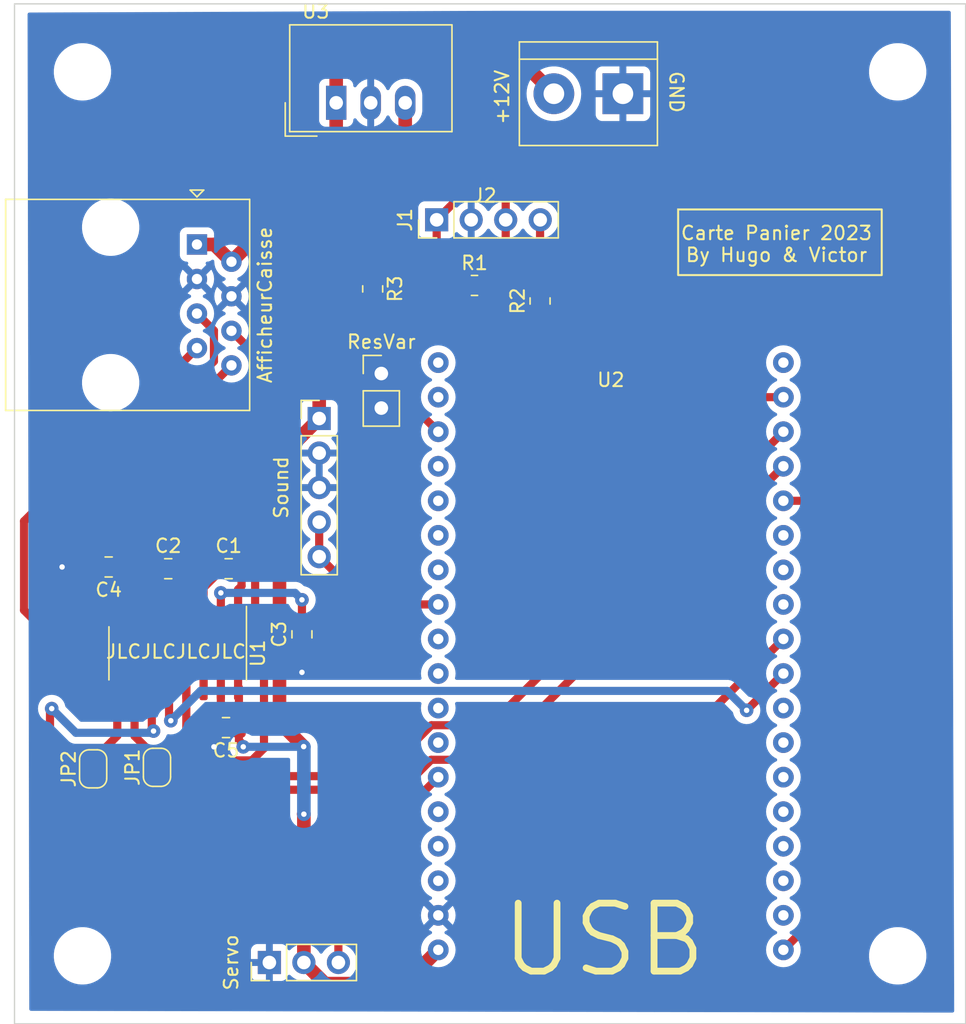
<source format=kicad_pcb>
(kicad_pcb (version 20211014) (generator pcbnew)
  (layers (0 "F.Cu" signal) (31 "B.Cu" signal) (34 "B.Paste" user) (35 "F.Paste" user) (36 "B.SilkS" user "B.Silkscreen") (37 "F.SilkS" user "F.Silkscreen") (38 "B.Mask" user) (39 "F.Mask" user) (44 "Edge.Cuts" user))
  (net 0 "")
  (net 1 "Net-(C1-Pad1)")
  (net 2 "Net-(C1-Pad2)")
  (net 3 "Net-(C2-Pad1)")
  (net 4 "Net-(C2-Pad2)")
  (net 5 "GND")
  (net 6 "Net-(C3-Pad2)")
  (net 7 "Net-(C4-Pad1)")
  (net 8 "+5V")
  (net 9 "LOGIC_IN1")
  (net 10 "LOGIC_OUT2")
  (net 11 "LOGIC_IN2")
  (net 12 "LOGIC_OUT1")
  (net 13 "+12V")
  (net 14 "RS232_OUT2")
  (net 15 "RS232_IN1")
  (net 16 "RS232_OUT1")
  (net 17 "RS232_IN2")
  (net 18 "+3.3V")
  (net 19 "I2C_SDA")
  (net 20 "I2C_SCL")
  (net 21 "SOUND")
  (net 22 "SERVO")
  (net 23 "Net-(JP1-Pad1)")
  (net 24 "Net-(JP2-Pad1)")
  (net 47 "MesurResVar")
  (footprint "Capacitor_SMD:C_0805_2012Metric" (layer "F.Cu") (at 66.929 81.407 180)
    (fp_text reference "C4" (at 0 -1.68) (layer "F.SilkS"))
    (fp_text value "100n")
    (fp_line (start -0.261252 -0.735) (end 0.261252 -0.735) (layer "F.SilkS") (width 0.12))
    (fp_line (start -0.261252 0.735) (end 0.261252 0.735) (layer "F.SilkS") (width 0.12))
    (pad "1" smd roundrect (at -0.95 0 180) (size 1 1.45) (layers "F.Cu" "F.Paste" "F.Mask") (net 7 "Net-(C4-Pad1)"))
    (pad "2" smd roundrect (at 0.95 0 180) (size 1 1.45) (layers "F.Cu" "F.Paste" "F.Mask") (net 5 "GND"))
  )
  (footprint "Resistor_SMD:R_0805_2012Metric_Pad1.20x1.40mm_HandSolder" (layer "F.Cu") (at 98.679 61.849 90)
    (fp_text reference "R2" (at 0 -1.65 90) (layer "F.SilkS"))
    (fp_text value "R")
    (fp_line (start -0.227064 -0.735) (end 0.227064 -0.735) (layer "F.SilkS") (width 0.12))
    (fp_line (start -0.227064 0.735) (end 0.227064 0.735) (layer "F.SilkS") (width 0.12))
    (pad "1" smd roundrect (at -1 0 90) (size 1.2 1.4) (layers "F.Cu" "F.Paste" "F.Mask") (roundrect_rratio 0.2083333333) (net 18 "+3.3V"))
    (pad "2" smd roundrect (at 1 0 90) (size 1.2 1.4) (layers "F.Cu" "F.Paste" "F.Mask") (roundrect_rratio 0.2083333333) (net 20 "I2C_SCL"))
  )
  (footprint "Connector_PinHeader_2.54mm:PinHeader_1x03_P2.54mm_Vertical" (layer "F.Cu") (at 78.755 110.49 90)
    (fp_text reference "Servo" (at 0 -2.809 90) (layer "F.SilkS"))
    (fp_text value "Conn_01x03_Male" hide)
    (fp_line (start -1.33 -1.33) (end 0 -1.33) (layer "F.SilkS") (width 0.12))
    (fp_line (start 1.33 1.27) (end 1.33 6.41) (layer "F.SilkS") (width 0.12))
    (fp_line (start -1.33 1.27) (end 1.33 1.27) (layer "F.SilkS") (width 0.12))
    (fp_line (start -1.33 1.27) (end -1.33 6.41) (layer "F.SilkS") (width 0.12))
    (fp_line (start -1.33 6.41) (end 1.33 6.41) (layer "F.SilkS") (width 0.12))
    (fp_line (start -1.33 0) (end -1.33 -1.33) (layer "F.SilkS") (width 0.12))
    (pad "1" thru_hole rect (at 0 0 90) (size 1.7 1.7) (drill 1) (layers *.Cu *.Mask) (net 5 "GND"))
    (pad "2" thru_hole oval (at 0 2.54 90) (size 1.7 1.7) (drill 1) (layers *.Cu *.Mask) (net 8 "+5V"))
    (pad "3" thru_hole oval (at 0 5.08 90) (size 1.7 1.7) (drill 1) (layers *.Cu *.Mask) (net 22 "SERVO"))
  )
  (footprint "Connector_PinHeader_2.54mm:PinHeader_1x04_P2.54mm_Vertical" (layer "F.Cu") (at 91.069 55.88 90)
    (fp_text reference "J1" (at 0 -2.33 90) (layer "F.SilkS"))
    (fp_text value "Conn_01x04_Male" hide)
    (fp_line (start -1.33 1.27) (end -1.33 8.95) (layer "F.SilkS") (width 0.12))
    (fp_line (start -1.33 1.27) (end 1.33 1.27) (layer "F.SilkS") (width 0.12))
    (fp_line (start -1.33 0) (end -1.33 -1.33) (layer "F.SilkS") (width 0.12))
    (fp_line (start -1.33 -1.33) (end 0 -1.33) (layer "F.SilkS") (width 0.12))
    (fp_line (start 1.33 1.27) (end 1.33 8.95) (layer "F.SilkS") (width 0.12))
    (fp_line (start -1.33 8.95) (end 1.33 8.95) (layer "F.SilkS") (width 0.12))
    (pad "1" thru_hole rect (at 0 0 90) (size 1.7 1.7) (drill 1) (layers *.Cu *.Mask) (net 18 "+3.3V"))
    (pad "2" thru_hole oval (at 0 2.54 90) (size 1.7 1.7) (drill 1) (layers *.Cu *.Mask) (net 5 "GND"))
    (pad "3" thru_hole oval (at 0 5.08 90) (size 1.7 1.7) (drill 1) (layers *.Cu *.Mask) (net 19 "I2C_SDA"))
    (pad "4" thru_hole oval (at 0 7.62 90) (size 1.7 1.7) (drill 1) (layers *.Cu *.Mask) (net 20 "I2C_SCL"))
  )
  (footprint "MountingHole:MountingHole_3.2mm_M3" (layer "F.Cu") (at 65 45)
    (fp_text reference "REF**" hide)
    (fp_text value "MountingHole_3.2mm_M3" hide)
    (pad "" np_thru_hole circle (at 0 0) (size 3.2 3.2) (drill 3.2) (layers *.Cu *.Mask))
  )
  (footprint "Jumper:SolderJumper-2_P1.3mm_Open_RoundedPad1.0x1.5mm" (layer "F.Cu") (at 70.485 96.139 90)
    (fp_text reference "JP1" (at 0 -1.8 90) (layer "F.SilkS"))
    (fp_text value "SolderJumper_2_Open" hide)
    (fp_line (start -1.4 0.3) (end -1.4 -0.3) (layer "F.SilkS") (width 0.12))
    (fp_line (start 0.7 1) (end -0.7 1) (layer "F.SilkS") (width 0.12))
    (fp_line (start 1.4 -0.3) (end 1.4 0.3) (layer "F.SilkS") (width 0.12))
    (fp_line (start -0.7 -1) (end 0.7 -1) (layer "F.SilkS") (width 0.12))
    (fp_arc (start -0.7 1) (mid -1.194975 0.794975) (end -1.4 0.3) (layer "F.SilkS") (width 0.12))
    (fp_arc (start 1.4 0.3) (mid 1.194975 0.794975) (end 0.7 1) (layer "F.SilkS") (width 0.12))
    (fp_arc (start 0.7 -1) (mid 1.194975 -0.794975) (end 1.4 -0.3) (layer "F.SilkS") (width 0.12))
    (fp_arc (start -1.4 -0.3) (mid -1.194975 -0.794975) (end -0.7 -1) (layer "F.SilkS") (width 0.12))
    (pad "1" smd custom (at -0.65 0 90) (size 1 0.5) (layers "F.Cu" "F.Mask") (net 23 "Net-(JP1-Pad1)") (options (clearance outline) (anchor rect)) (primitives (gr_circle (center 0 0.25) (end 0.5 0.25) (width 0) (fill yes)) (gr_circle (center 0 -0.25) (end 0.5 -0.25) (width 0) (fill yes)) (gr_poly (pts (xy 0.5 0.75) (xy 0 0.75) (xy 0 -0.75) (xy 0.5 -0.75)) (width 0) (fill yes))))
    (pad "2" smd custom (at 0.65 0 90) (size 1 0.5) (layers "F.Cu" "F.Mask") (net 11 "LOGIC_IN2") (options (clearance outline) (anchor rect)) (primitives (gr_circle (center 0 0.25) (end 0.5 0.25) (width 0) (fill yes)) (gr_circle (center 0 -0.25) (end 0.5 -0.25) (width 0) (fill yes)) (gr_poly (pts (xy 0 0.75) (xy -0.5 0.75) (xy -0.5 -0.75) (xy 0 -0.75)) (width 0) (fill yes))))
  )
  (footprint "Connector_PinHeader_2.54mm:PinHeader_1x05_P2.54mm_Vertical" (layer "F.Cu") (at 82.423 70.49)
    (fp_text reference "Sound" (at -2.794 5.075 90) (layer "F.SilkS"))
    (fp_text value "Conn_01x05_Male" hide)
    (fp_line (start -1.33 1.27) (end 1.33 1.27) (layer "F.SilkS") (width 0.12))
    (fp_line (start 1.33 1.27) (end 1.33 11.49) (layer "F.SilkS") (width 0.12))
    (fp_line (start -1.33 -1.33) (end 0 -1.33) (layer "F.SilkS") (width 0.12))
    (fp_line (start -1.33 0) (end -1.33 -1.33) (layer "F.SilkS") (width 0.12))
    (fp_line (start -1.33 1.27) (end -1.33 11.49) (layer "F.SilkS") (width 0.12))
    (fp_line (start -1.33 11.49) (end 1.33 11.49) (layer "F.SilkS") (width 0.12))
    (pad "1" thru_hole rect (at 0 0) (size 1.7 1.7) (drill 1) (layers *.Cu *.Mask) (net 8 "+5V"))
    (pad "2" thru_hole oval (at 0 2.54) (size 1.7 1.7) (drill 1) (layers *.Cu *.Mask) (net 5 "GND"))
    (pad "3" thru_hole oval (at 0 5.08) (size 1.7 1.7) (drill 1) (layers *.Cu *.Mask) (net 5 "GND"))
    (pad "4" thru_hole oval (at 0 7.62) (size 1.7 1.7) (drill 1) (layers *.Cu *.Mask) (net 21 "SOUND"))
    (pad "5" thru_hole oval (at 0 10.16) (size 1.7 1.7) (drill 1) (layers *.Cu *.Mask) (net 21 "SOUND"))
  )
  (footprint "MountingHole:MountingHole_3.2mm_M3" (layer "F.Cu") (at 125 45)
    (fp_text reference "REF**" hide)
    (fp_text value "MountingHole_3.2mm_M3" hide)
    (pad "" np_thru_hole circle (at 0 0) (size 3.2 3.2) (drill 3.2) (layers F&B.Cu *.Mask))
  )
  (footprint "Capacitor_SMD:C_0805_2012Metric" (layer "F.Cu") (at 71.313 81.534)
    (fp_text reference "C2" (at 0 -1.68) (layer "F.SilkS"))
    (fp_text value "100n")
    (fp_line (start -0.261252 -0.735) (end 0.261252 -0.735) (layer "F.SilkS") (width 0.12))
    (fp_line (start -0.261252 0.735) (end 0.261252 0.735) (layer "F.SilkS") (width 0.12))
    (pad "1" smd roundrect (at -0.95 0) (size 1 1.45) (layers "F.Cu" "F.Paste" "F.Mask") (net 3 "Net-(C2-Pad1)"))
    (pad "2" smd roundrect (at 0.95 0) (size 1 1.45) (layers "F.Cu" "F.Paste" "F.Mask") (net 4 "Net-(C2-Pad2)"))
  )
  (footprint "MountingHole:MountingHole_3.2mm_M3" (layer "F.Cu") (at 125 110)
    (fp_text reference "REF**" hide)
    (fp_text value "MountingHole_3.2mm_M3" hide)
    (pad "" np_thru_hole circle (at 0 0) (size 3.2 3.2) (drill 3.2) (layers F&B.Cu *.Mask))
  )
  (footprint "Resistor_SMD:R_0805_2012Metric_Pad1.20x1.40mm_HandSolder" (layer "F.Cu") (at 93.853 60.706)
    (fp_text reference "R1" (at 0 -1.65) (layer "F.SilkS"))
    (fp_text value "R")
    (fp_line (start -0.227064 0.735) (end 0.227064 0.735) (layer "F.SilkS") (width 0.12))
    (fp_line (start -0.227064 -0.735) (end 0.227064 -0.735) (layer "F.SilkS") (width 0.12))
    (pad "1" smd roundrect (at -1 0) (size 1.2 1.4) (layers "F.Cu" "F.Paste" "F.Mask") (roundrect_rratio 0.2083333333) (net 18 "+3.3V"))
    (pad "2" smd roundrect (at 1 0) (size 1.2 1.4) (layers "F.Cu" "F.Paste" "F.Mask") (roundrect_rratio 0.2083333333) (net 19 "I2C_SDA"))
  )
  (footprint "TerminalBlock:TerminalBlock_bornier-2_P5.08mm" (layer "F.Cu") (at 104.775 46.609 180)
    (fp_text reference "J2" (at 10.16 -7.493 180) (layer "F.SilkS"))
    (fp_text value "Conn_01x02" hide)
    (fp_line (start -2.54 -3.81) (end -2.54 3.81) (layer "F.SilkS") (width 0.12))
    (fp_line (start 7.62 -3.81) (end -2.54 -3.81) (layer "F.SilkS") (width 0.12))
    (fp_line (start -2.54 3.81) (end 7.62 3.81) (layer "F.SilkS") (width 0.12))
    (fp_line (start 7.62 3.81) (end 7.62 -3.81) (layer "F.SilkS") (width 0.12))
    (fp_line (start 7.62 2.54) (end -2.54 2.54) (layer "F.SilkS") (width 0.12))
    (pad "1" thru_hole rect (at 0 0 180) (size 3 3) (drill 1.52) (layers *.Cu *.Mask) (net 5 "GND"))
    (pad "2" thru_hole circle (at 5.08 0 180) (size 3 3) (drill 1.52) (layers *.Cu *.Mask) (net 13 "+12V"))
  )
  (footprint "Capacitor_SMD:C_0805_2012Metric" (layer "F.Cu") (at 75.758 81.534)
    (fp_text reference "C1" (at 0 -1.68) (layer "F.SilkS"))
    (fp_text value "100n")
    (fp_line (start -0.261252 0.735) (end 0.261252 0.735) (layer "F.SilkS") (width 0.12))
    (fp_line (start -0.261252 -0.735) (end 0.261252 -0.735) (layer "F.SilkS") (width 0.12))
    (pad "1" smd roundrect (at -0.95 0) (size 1 1.45) (layers "F.Cu" "F.Paste" "F.Mask") (net 1 "Net-(C1-Pad1)"))
    (pad "2" smd roundrect (at 0.95 0) (size 1 1.45) (layers "F.Cu" "F.Paste" "F.Mask") (net 2 "Net-(C1-Pad2)"))
  )
  (footprint "Package_SO:SOIC-16_3.9x9.9mm_P1.27mm" (layer "F.Cu") (at 72.009 87.757 -90)
    (fp_text reference "U1" (at 0 -5.9 90) (layer "F.SilkS"))
    (fp_text value "MAX3232")
    (fp_line (start 0 -5.06) (end 1.95 -5.06) (layer "F.SilkS") (width 0.12))
    (fp_line (start 0 5.06) (end 1.95 5.06) (layer "F.SilkS") (width 0.12))
    (fp_line (start 0 -5.06) (end -3.45 -5.06) (layer "F.SilkS") (width 0.12))
    (fp_line (start 0 5.06) (end -1.95 5.06) (layer "F.SilkS") (width 0.12))
    (pad "1" smd roundrect (at -2.475 -4.445 270) (size 1.95 0.6) (layers "F.Cu" "F.Paste" "F.Mask") (net 2 "Net-(C1-Pad2)"))
    (pad "2" smd roundrect (at -2.475 -3.175 270) (size 1.95 0.6) (layers "F.Cu" "F.Paste" "F.Mask") (net 6 "Net-(C3-Pad2)"))
    (pad "3" smd roundrect (at -2.475 -1.905 270) (size 1.95 0.6) (layers "F.Cu" "F.Paste" "F.Mask") (net 1 "Net-(C1-Pad1)"))
    (pad "4" smd roundrect (at -2.475 -0.635 270) (size 1.95 0.6) (layers "F.Cu" "F.Paste" "F.Mask") (net 4 "Net-(C2-Pad2)"))
    (pad "5" smd roundrect (at -2.475 0.635 270) (size 1.95 0.6) (layers "F.Cu" "F.Paste" "F.Mask") (net 3 "Net-(C2-Pad1)"))
    (pad "6" smd roundrect (at -2.475 1.905 270) (size 1.95 0.6) (layers "F.Cu" "F.Paste" "F.Mask") (net 7 "Net-(C4-Pad1)"))
    (pad "7" smd roundrect (at -2.475 3.175 270) (size 1.95 0.6) (layers "F.Cu" "F.Paste" "F.Mask") (net 14 "RS232_OUT2"))
    (pad "8" smd roundrect (at -2.475 4.445 270) (size 1.95 0.6) (layers "F.Cu" "F.Paste" "F.Mask") (net 17 "RS232_IN2"))
    (pad "9" smd roundrect (at 2.475 4.445 270) (size 1.95 0.6) (layers "F.Cu" "F.Paste" "F.Mask") (net 10 "LOGIC_OUT2"))
    (pad "10" smd roundrect (at 2.475 3.175 270) (size 1.95 0.6) (layers "F.Cu" "F.Paste" "F.Mask") (net 11 "LOGIC_IN2"))
    (pad "11" smd roundrect (at 2.475 1.905 270) (size 1.95 0.6) (layers "F.Cu" "F.Paste" "F.Mask") (net 9 "LOGIC_IN1"))
    (pad "12" smd roundrect (at 2.475 0.635 270) (size 1.95 0.6) (layers "F.Cu" "F.Paste" "F.Mask") (net 12 "LOGIC_OUT1"))
    (pad "13" smd roundrect (at 2.475 -0.635 270) (size 1.95 0.6) (layers "F.Cu" "F.Paste" "F.Mask") (net 15 "RS232_IN1"))
    (pad "14" smd roundrect (at 2.475 -1.905 270) (size 1.95 0.6) (layers "F.Cu" "F.Paste" "F.Mask") (net 16 "RS232_OUT1"))
    (pad "15" smd roundrect (at 2.475 -3.175 270) (size 1.95 0.6) (layers "F.Cu" "F.Paste" "F.Mask") (net 5 "GND"))
    (pad "16" smd roundrect (at 2.475 -4.445 270) (size 1.95 0.6) (layers "F.Cu" "F.Paste" "F.Mask") (net 8 "+5V"))
  )
  (footprint "Converter_DCDC:Converter_DCDC_TRACO_TSR-1_THT" (layer "F.Cu") (at 83.6735 47.2755)
    (fp_text reference "U3" (at -1.5 -6.71) (layer "F.SilkS"))
    (fp_text value "TSR_1-2450")
    (fp_line (start -3.75 2.45) (end -1.42 2.45) (layer "F.SilkS") (width 0.12))
    (fp_line (start 8.52 2.12) (end -3.42 2.12) (layer "F.SilkS") (width 0.12))
    (fp_line (start -3.42 -5.73) (end 8.52 -5.73) (layer "F.SilkS") (width 0.12))
    (fp_line (start -3.75 0) (end -3.75 2.45) (layer "F.SilkS") (width 0.12))
    (fp_line (start 8.52 -5.73) (end 8.52 2.12) (layer "F.SilkS") (width 0.12))
    (fp_line (start -3.42 2.12) (end -3.42 -5.73) (layer "F.SilkS") (width 0.12))
    (pad "1" thru_hole rect (at 0 0) (size 1.5 2.5) (drill 1) (layers *.Cu *.Mask) (net 13 "+12V"))
    (pad "2" thru_hole oval (at 2.54 0) (size 1.5 2.5) (drill 1) (layers *.Cu *.Mask) (net 5 "GND"))
    (pad "3" thru_hole oval (at 5.08 0) (size 1.5 2.5) (drill 1) (layers *.Cu *.Mask) (net 8 "+5V"))
  )
  (footprint "Jumper:SolderJumper-2_P1.3mm_Open_RoundedPad1.0x1.5mm" (layer "F.Cu") (at 65.786 96.251 90)
    (fp_text reference "JP2" (at 0 -1.8 90) (layer "F.SilkS"))
    (fp_text value "SolderJumper_2_Open" hide)
    (fp_line (start 0.7 1) (end -0.7 1) (layer "F.SilkS") (width 0.12))
    (fp_line (start -0.7 -1) (end 0.7 -1) (layer "F.SilkS") (width 0.12))
    (fp_line (start -1.4 0.3) (end -1.4 -0.3) (layer "F.SilkS") (width 0.12))
    (fp_line (start 1.4 -0.3) (end 1.4 0.3) (layer "F.SilkS") (width 0.12))
    (fp_arc (start 0.7 -1) (mid 1.194975 -0.794975) (end 1.4 -0.3) (layer "F.SilkS") (width 0.12))
    (fp_arc (start 1.4 0.3) (mid 1.194975 0.794975) (end 0.7 1) (layer "F.SilkS") (width 0.12))
    (fp_arc (start -0.7 1) (mid -1.194975 0.794975) (end -1.4 0.3) (layer "F.SilkS") (width 0.12))
    (fp_arc (start -1.4 -0.3) (mid -1.194975 -0.794975) (end -0.7 -1) (layer "F.SilkS") (width 0.12))
    (pad "1" smd custom (at -0.65 0 90) (size 1 0.5) (layers "F.Cu" "F.Mask") (net 24 "Net-(JP2-Pad1)") (options (clearance outline) (anchor rect)) (primitives (gr_circle (center 0 0.25) (end 0.5 0.25) (width 0) (fill yes)) (gr_circle (center 0 -0.25) (end 0.5 -0.25) (width 0) (fill yes)) (gr_poly (pts (xy 0.5 0.75) (xy 0 0.75) (xy 0 -0.75) (xy 0.5 -0.75)) (width 0) (fill yes))))
    (pad "2" smd custom (at 0.65 0 90) (size 1 0.5) (layers "F.Cu" "F.Mask") (net 10 "LOGIC_OUT2") (options (clearance outline) (anchor rect)) (primitives (gr_circle (center 0 0.25) (end 0.5 0.25) (width 0) (fill yes)) (gr_circle (center 0 -0.25) (end 0.5 -0.25) (width 0) (fill yes)) (gr_poly (pts (xy 0 0.75) (xy -0.5 0.75) (xy -0.5 -0.75) (xy 0 -0.75)) (width 0) (fill yes))))
  )
  (footprint "Capacitor_SMD:C_0805_2012Metric" (layer "F.Cu") (at 75.565 93.218 180)
    (fp_text reference "C5" (at 0 -1.68) (layer "F.SilkS"))
    (fp_text value "100n")
    (fp_line (start -0.261252 0.735) (end 0.261252 0.735) (layer "F.SilkS") (width 0.12))
    (fp_line (start -0.261252 -0.735) (end 0.261252 -0.735) (layer "F.SilkS") (width 0.12))
    (pad "1" smd roundrect (at -0.95 0 180) (size 1 1.45) (layers "F.Cu" "F.Paste" "F.Mask") (net 8 "+5V"))
    (pad "2" smd roundrect (at 0.95 0 180) (size 1 1.45) (layers "F.Cu" "F.Paste" "F.Mask") (net 5 "GND"))
  )
  (footprint "Connector_PinHeader_2.54mm:PinHeader_1x02_P2.54mm_Vertical" (layer "F.Cu") (at 86.995 67.183)
    (fp_text reference "ResVar" (at 0 -2.33) (layer "F.SilkS"))
    (fp_text value "Conn_01x02_Male")
    (fp_line (start -1.33 1.27) (end -1.33 3.87) (layer "F.SilkS") (width 0.12))
    (fp_line (start -1.33 3.87) (end 1.33 3.87) (layer "F.SilkS") (width 0.12))
    (fp_line (start -1.33 1.27) (end 1.33 1.27) (layer "F.SilkS") (width 0.12))
    (fp_line (start 1.33 1.27) (end 1.33 3.87) (layer "F.SilkS") (width 0.12))
    (fp_line (start -1.33 0) (end -1.33 -1.33) (layer "F.SilkS") (width 0.12))
    (fp_line (start -1.33 -1.33) (end 0 -1.33) (layer "F.SilkS") (width 0.12))
    (pad "1" thru_hole rect (at 0 0) (size 1.7 1.7) (drill 1) (layers *.Cu *.Mask) (net 47 "MesurResVar"))
    (pad "2" thru_hole oval (at 0 2.54) (size 1.7 1.7) (drill 1) (layers *.Cu *.Mask) (net 5 "GND"))
  )
  (footprint "Connector_RJ:RJ45_Amphenol_54602-x08_Horizontal" (layer "F.Cu") (at 73.426 57.6935 -90)
    (fp_text reference "AfficheurCaisse" (at 4.445 -5 90) (layer "F.SilkS"))
    (fp_text value "RJ45")
    (fp_line (start -3.315 -3.88) (end -3.315 14.08) (layer "F.SilkS") (width 0.12))
    (fp_line (start 12.205 -3.88) (end 12.205 14.08) (layer "F.SilkS") (width 0.12))
    (fp_line (start 12.205 -3.88) (end -3.315 -3.88) (layer "F.SilkS") (width 0.12))
    (fp_line (start -3.315 14.08) (end 12.205 14.08) (layer "F.SilkS") (width 0.12))
    (fp_line (start -3.5 0) (end -4 -0.5) (layer "F.SilkS") (width 0.12))
    (fp_line (start -4 -0.5) (end -4 0.5) (layer "F.SilkS") (width 0.12))
    (fp_line (start -4 0.5) (end -3.5 0) (layer "F.SilkS") (width 0.12))
    (pad "" np_thru_hole circle (at -1.27 6.35 270) (size 3.2 3.2) (drill 3.2) (layers *.Cu *.Mask))
    (pad "" np_thru_hole circle (at 10.16 6.35 270) (size 3.2 3.2) (drill 3.2) (layers *.Cu *.Mask))
    (pad "1" thru_hole rect (at 0 0 270) (size 1.5 1.5) (drill 0.76) (layers *.Cu *.Mask) (net 13 "+12V"))
    (pad "2" thru_hole circle (at 1.27 -2.54 270) (size 1.5 1.5) (drill 0.76) (layers *.Cu *.Mask) (net 13 "+12V"))
    (pad "3" thru_hole circle (at 2.54 0 270) (size 1.5 1.5) (drill 0.76) (layers *.Cu *.Mask) (net 5 "GND"))
    (pad "4" thru_hole circle (at 3.81 -2.54 270) (size 1.5 1.5) (drill 0.76) (layers *.Cu *.Mask) (net 5 "GND"))
    (pad "5" thru_hole circle (at 5.08 0 270) (size 1.5 1.5) (drill 0.76) (layers *.Cu *.Mask) (net 14 "RS232_OUT2"))
    (pad "6" thru_hole circle (at 6.35 -2.54 270) (size 1.5 1.5) (drill 0.76) (layers *.Cu *.Mask) (net 15 "RS232_IN1"))
    (pad "7" thru_hole circle (at 7.62 0 270) (size 1.5 1.5) (drill 0.76) (layers *.Cu *.Mask) (net 16 "RS232_OUT1"))
    (pad "8" thru_hole circle (at 8.89 -2.54 270) (size 1.5 1.5) (drill 0.76) (layers *.Cu *.Mask) (net 17 "RS232_IN2"))
  )
  (footprint "lib:ESP32-DOIT-DEVKIT" (layer "F.Cu") (at 103.886 63.8415)
    (fp_text reference "U2" (at 0 3.81) (layer "F.SilkS"))
    (fp_text value "DOIT-ESP32-DEVKIT-V1")
    (pad "1" thru_hole circle locked (at -12.7 2.54) (size 1.524 1.524) (drill 0.762) (layers *.Cu *.Mask))
    (pad "2" thru_hole circle locked (at -12.7 5.08) (size 1.524 1.524) (drill 0.762) (layers *.Cu *.Mask))
    (pad "3" thru_hole circle locked (at -12.7 7.62) (size 1.524 1.524) (drill 0.762) (layers *.Cu *.Mask) (net 47 "MesurResVar"))
    (pad "4" thru_hole circle locked (at -12.7 10.16) (size 1.524 1.524) (drill 0.762) (layers *.Cu *.Mask))
    (pad "5" thru_hole circle locked (at -12.7 12.7) (size 1.524 1.524) (drill 0.762) (layers *.Cu *.Mask))
    (pad "6" thru_hole circle locked (at -12.7 15.24) (size 1.524 1.524) (drill 0.762) (layers *.Cu *.Mask))
    (pad "7" thru_hole circle locked (at -12.7 17.78) (size 1.524 1.524) (drill 0.762) (layers *.Cu *.Mask))
    (pad "8" thru_hole circle locked (at -12.7 20.32) (size 1.524 1.524) (drill 0.762) (layers *.Cu *.Mask) (net 21 "SOUND"))
    (pad "9" thru_hole circle locked (at -12.7 22.86) (size 1.524 1.524) (drill 0.762) (layers *.Cu *.Mask))
    (pad "10" thru_hole circle locked (at -12.7 25.4) (size 1.524 1.524) (drill 0.762) (layers *.Cu *.Mask))
    (pad "11" thru_hole circle locked (at -12.7 27.94) (size 1.524 1.524) (drill 0.762) (layers *.Cu *.Mask))
    (pad "12" thru_hole circle locked (at -12.7 30.48) (size 1.524 1.524) (drill 0.762) (layers *.Cu *.Mask))
    (pad "13" thru_hole circle locked (at -12.7 33.02) (size 1.524 1.524) (drill 0.762) (layers *.Cu *.Mask) (net 22 "SERVO"))
    (pad "14" thru_hole circle locked (at -12.7 35.56) (size 1.524 1.524) (drill 0.762) (layers *.Cu *.Mask))
    (pad "15" thru_hole circle locked (at -12.7 38.1) (size 1.524 1.524) (drill 0.762) (layers *.Cu *.Mask))
    (pad "16" thru_hole circle locked (at -12.7 40.64) (size 1.524 1.524) (drill 0.762) (layers *.Cu *.Mask))
    (pad "17" thru_hole circle locked (at -12.7 43.18) (size 1.524 1.524) (drill 0.762) (layers *.Cu *.Mask) (net 5 "GND"))
    (pad "18" thru_hole circle locked (at -12.7 45.72) (size 1.524 1.524) (drill 0.762) (layers *.Cu *.Mask) (net 8 "+5V"))
    (pad "19" thru_hole circle locked (at 12.7 45.72) (size 1.524 1.524) (drill 0.762) (layers *.Cu *.Mask) (net 18 "+3.3V"))
    (pad "20" thru_hole circle locked (at 12.7 43.18) (size 1.524 1.524) (drill 0.762) (layers *.Cu *.Mask))
    (pad "21" thru_hole circle locked (at 12.7 40.64) (size 1.524 1.524) (drill 0.762) (layers *.Cu *.Mask))
    (pad "22" thru_hole circle locked (at 12.7 38.1) (size 1.524 1.524) (drill 0.762) (layers *.Cu *.Mask))
    (pad "23" thru_hole circle locked (at 12.7 35.56) (size 1.524 1.524) (drill 0.762) (layers *.Cu *.Mask))
    (pad "24" thru_hole circle locked (at 12.7 33.02) (size 1.524 1.524) (drill 0.762) (layers *.Cu *.Mask))
    (pad "25" thru_hole circle locked (at 12.7 30.48) (size 1.524 1.524) (drill 0.762) (layers *.Cu *.Mask))
    (pad "26" thru_hole circle locked (at 12.7 27.94) (size 1.524 1.524) (drill 0.762) (layers *.Cu *.Mask))
    (pad "27" thru_hole circle locked (at 12.7 25.4) (size 1.524 1.524) (drill 0.762) (layers *.Cu *.Mask) (net 12 "LOGIC_OUT1"))
    (pad "28" thru_hole circle locked (at 12.7 22.86) (size 1.524 1.524) (drill 0.762) (layers *.Cu *.Mask) (net 9 "LOGIC_IN1"))
    (pad "29" thru_hole circle locked (at 12.7 20.32) (size 1.524 1.524) (drill 0.762) (layers *.Cu *.Mask))
    (pad "30" thru_hole circle locked (at 12.7 17.78) (size 1.524 1.524) (drill 0.762) (layers *.Cu *.Mask))
    (pad "31" thru_hole circle locked (at 12.7 15.24) (size 1.524 1.524) (drill 0.762) (layers *.Cu *.Mask))
    (pad "32" thru_hole circle locked (at 12.7 12.7) (size 1.524 1.524) (drill 0.762) (layers *.Cu *.Mask) (net 19 "I2C_SDA"))
    (pad "33" thru_hole circle locked (at 12.7 10.16) (size 1.524 1.524) (drill 0.762) (layers *.Cu *.Mask) (net 24 "Net-(JP2-Pad1)"))
    (pad "34" thru_hole circle locked (at 12.7 7.62) (size 1.524 1.524) (drill 0.762) (layers *.Cu *.Mask) (net 23 "Net-(JP1-Pad1)"))
    (pad "35" thru_hole circle locked (at 12.7 5.08) (size 1.524 1.524) (drill 0.762) (layers *.Cu *.Mask) (net 20 "I2C_SCL"))
    (pad "36" thru_hole circle locked (at 12.7 2.54) (size 1.524 1.524) (drill 0.762) (layers *.Cu *.Mask))
  )
  (footprint "Resistor_SMD:R_0805_2012Metric_Pad1.20x1.40mm_HandSolder" (layer "F.Cu") (at 86.36 60.96 -90)
    (fp_text reference "R3" (at 0 -1.65 90) (layer "F.SilkS"))
    (fp_text value "A Calculer")
    (fp_line (start -0.227064 -0.735) (end 0.227064 -0.735) (layer "F.SilkS") (width 0.12))
    (fp_line (start -0.227064 0.735) (end 0.227064 0.735) (layer "F.SilkS") (width 0.12))
    (pad "1" smd roundrect (at -1 0 270) (size 1.2 1.4) (layers "F.Cu" "F.Paste" "F.Mask") (roundrect_rratio 0.2083333333) (net 18 "+3.3V"))
    (pad "2" smd roundrect (at 1 0 270) (size 1.2 1.4) (layers "F.Cu" "F.Paste" "F.Mask") (roundrect_rratio 0.2083333333) (net 47 "MesurResVar"))
  )
  (footprint "Capacitor_SMD:C_0805_2012Metric" (layer "F.Cu") (at 81.153 86.36 90)
    (fp_text reference "C3" (at 0 -1.68 90) (layer "F.SilkS"))
    (fp_text value "100n")
    (fp_line (start -0.261252 0.735) (end 0.261252 0.735) (layer "F.SilkS") (width 0.12))
    (fp_line (start -0.261252 -0.735) (end 0.261252 -0.735) (layer "F.SilkS") (width 0.12))
    (pad "1" smd roundrect (at -0.95 0 90) (size 1 1.45) (layers "F.Cu" "F.Paste" "F.Mask") (net 5 "GND"))
    (pad "2" smd roundrect (at 0.95 0 90) (size 1 1.45) (layers "F.Cu" "F.Paste" "F.Mask") (net 6 "Net-(C3-Pad2)"))
  )
  (footprint "MountingHole:MountingHole_3.2mm_M3" (layer "F.Cu") (at 65 110)
    (fp_text reference "REF**" hide)
    (fp_text value "MountingHole_3.2mm_M3" hide)
    (pad "" np_thru_hole circle (at 0 0) (size 3.2 3.2) (drill 3.2) (layers F&B.Cu *.Mask))
  )
  (gr_rect (start 108.839 55.118) (end 123.825 59.944) (layer "F.SilkS") (width 0.15) (fill none))
  (gr_rect (start 60 40) (end 130 115) (layer "Edge.Cuts") (width 0.1) (fill none))
  (gr_text "JLCJLCJLCJLC" (at 71.882 87.63) (layer "F.SilkS") (effects (font (size 1 1))))
  (gr_text "USB" (at 103.378 108.839) (layer "F.SilkS") (effects (font (size 5 5) (thickness 0.5))))
  (gr_text "Carte Panier 2023\nBy Hugo & Victor" (at 116.078 57.658) (layer "F.SilkS") (effects (font (size 1 1))))
  (gr_text "GND" (at 108.712 46.482 270) (layer "F.SilkS") (effects (font (size 1 1))))
  (gr_text "+12V" (at 95.885 46.863 90) (layer "F.SilkS") (effects (font (size 1 1))))
  (segment (start 74.808 82.037) (end 73.914 82.931) (width 0.6) (layer "F.Cu") (net 1))
  (segment (start 74.808 81.534) (end 74.808 82.037) (width 0.6) (layer "F.Cu") (net 1))
  (segment (start 73.914 82.931) (end 73.914 85.282) (width 0.6) (layer "F.Cu") (net 1))
  (segment (start 76.708 81.534) (end 76.708 82.804) (width 0.6) (layer "F.Cu") (net 2))
  (segment (start 76.708 82.804) (end 76.454 83.058) (width 0.6) (layer "F.Cu") (net 2))
  (segment (start 76.454 83.058) (end 76.454 85.282) (width 0.6) (layer "F.Cu") (net 2))
  (segment (start 71.374 83.058) (end 71.374 85.282) (width 0.6) (layer "F.Cu") (net 3))
  (segment (start 70.363 81.534) (end 70.363 82.047) (width 0.6) (layer "F.Cu") (net 3))
  (segment (start 70.363 82.047) (end 71.374 83.058) (width 0.6) (layer "F.Cu") (net 3))
  (segment (start 72.263 81.534) (end 72.517 81.534) (width 0.6) (layer "F.Cu") (net 4))
  (segment (start 72.517 81.534) (end 72.771 81.788) (width 0.6) (layer "F.Cu") (net 4))
  (segment (start 72.771 81.788) (end 72.771 85.155) (width 0.6) (layer "F.Cu") (net 4))
  (segment (start 72.771 85.155) (end 72.644 85.282) (width 0.6) (layer "F.Cu") (net 4))
  (segment (start 65.979 81.407) (end 63.5 81.407) (width 0.6) (layer "F.Cu") (net 5))
  (segment (start 74.615 94.5705) (end 74.676 94.6315) (width 0.6) (layer "F.Cu") (net 5))
  (segment (start 74.615 93.218) (end 74.615 94.5705) (width 0.6) (layer "F.Cu") (net 5))
  (segment (start 74.615 92.136) (end 75.184 91.567) (width 0.6) (layer "F.Cu") (net 5))
  (segment (start 81.153 87.31) (end 81.153 89.154) (width 0.6) (layer "F.Cu") (net 5))
  (segment (start 74.615 93.218) (end 74.615 92.136) (width 0.6) (layer "F.Cu") (net 5))
  (segment (start 75.184 91.567) (end 75.184 90.232) (width 0.6) (layer "F.Cu") (net 5))
  (via (at 81.153 89.154) (size 1) (drill 0.4) (layers "F.Cu" "B.Cu") (net 5))
  (via (at 74.676 94.6315) (size 1) (drill 0.4) (layers "F.Cu" "B.Cu") (net 5))
  (via (at 63.5 81.407) (size 1) (drill 0.4) (layers "F.Cu" "B.Cu") (net 5))
  (segment (start 75.184 85.282) (end 75.184 83.312) (width 0.6) (layer "F.Cu") (net 6))
  (segment (start 81.153 85.41) (end 81.153 83.82) (width 0.6) (layer "F.Cu") (net 6))
  (via (at 81.153 83.82) (size 1) (drill 0.4) (layers "F.Cu" "B.Cu") (net 6))
  (via (at 75.184 83.312) (size 1) (drill 0.4) (layers "F.Cu" "B.Cu") (net 6))
  (segment (start 75.184 83.312) (end 80.645 83.312) (width 0.6) (layer "B.Cu") (net 6))
  (segment (start 80.645 83.312) (end 81.153 83.82) (width 0.6) (layer "B.Cu") (net 6))
  (segment (start 67.879 81.407) (end 67.879 81.849) (width 0.6) (layer "F.Cu") (net 7))
  (segment (start 69.342 83.312) (end 70.104 83.312) (width 0.6) (layer "F.Cu") (net 7))
  (segment (start 70.104 83.312) (end 70.104 85.282) (width 0.6) (layer "F.Cu") (net 7))
  (segment (start 67.879 81.849) (end 69.342 83.312) (width 0.6) (layer "F.Cu") (net 7))
  (segment (start 81.28 99.568) (end 81.295 99.583) (width 1) (layer "F.Cu") (net 8))
  (segment (start 76.835 94.488) (end 76.835 94.6315) (width 0.6) (layer "F.Cu") (net 8))
  (segment (start 82.423 70.49) (end 82.423 57.15) (width 1) (layer "F.Cu") (net 8))
  (segment (start 76.515 93.218) (end 76.515 94.168) (width 0.6) (layer "F.Cu") (net 8))
  (segment (start 82.845 112.04) (end 88.7075 112.04) (width 1) (layer "F.Cu") (net 8))
  (segment (start 76.515 93.218) (end 76.515 90.293) (width 0.6) (layer "F.Cu") (net 8))
  (segment (start 82.423 70.49) (end 79.502 73.411) (width 1) (layer "F.Cu") (net 8))
  (segment (start 79.502 92.837) (end 81.28 94.615) (width 1) (layer "F.Cu") (net 8))
  (segment (start 88.7535 50.8195) (end 88.7535 47.2755) (width 1) (layer "F.Cu") (net 8))
  (segment (start 76.515 94.168) (end 76.581 94.234) (width 0.6) (layer "F.Cu") (net 8))
  (segment (start 82.423 57.15) (end 88.7535 50.8195) (width 1) (layer "F.Cu") (net 8))
  (segment (start 76.581 94.234) (end 76.835 94.488) (width 0.6) (layer "F.Cu") (net 8))
  (segment (start 88.7075 112.04) (end 91.186 109.5615) (width 1) (layer "F.Cu") (net 8))
  (segment (start 76.515 90.293) (end 76.454 90.232) (width 0.6) (layer "F.Cu") (net 8))
  (segment (start 79.502 73.411) (end 79.502 92.837) (width 1) (layer "F.Cu") (net 8))
  (segment (start 81.295 110.49) (end 82.845 112.04) (width 1) (layer "F.Cu") (net 8))
  (segment (start 81.295 110.49) (end 81.295 99.583) (width 1) (layer "F.Cu") (net 8))
  (via (at 81.28 94.615) (size 1) (drill 0.4) (layers "F.Cu" "B.Cu") (net 8))
  (via (at 76.835 94.6315) (size 1) (drill 0.4) (layers "F.Cu" "B.Cu") (net 8))
  (via (at 81.295 99.583) (size 1) (drill 0.4) (layers "F.Cu" "B.Cu") (net 8))
  (segment (start 81.2635 94.6315) (end 81.28 94.615) (width 0.6) (layer "B.Cu") (net 8))
  (segment (start 81.295 94.63) (end 81.28 94.615) (width 1) (layer "B.Cu") (net 8))
  (segment (start 76.835 94.6315) (end 81.2635 94.6315) (width 0.6) (layer "B.Cu") (net 8))
  (segment (start 81.295 99.583) (end 81.295 94.63) (width 1) (layer "B.Cu") (net 8))
  (segment (start 74.041 112.014) (end 74.041 99.822) (width 0.6) (layer "F.Cu") (net 9))
  (segment (start 70.104 93.345) (end 70.231 93.472) (width 0.6) (layer "F.Cu") (net 9))
  (segment (start 116.586 86.7015) (end 94.234 109.0535) (width 0.6) (layer "F.Cu") (net 9))
  (segment (start 62.611 98.806) (end 62.611 91.694) (width 0.6) (layer "F.Cu") (net 9))
  (segment (start 70.104 90.232) (end 70.104 93.345) (width 0.6) (layer "F.Cu") (net 9))
  (segment (start 74.041 99.822) (end 63.627 99.822) (width 0.6) (layer "F.Cu") (net 9))
  (segment (start 94.234 109.0535) (end 94.234 111.379) (width 0.6) (layer "F.Cu") (net 9))
  (segment (start 94.234 111.379) (end 92.456 113.157) (width 0.6) (layer "F.Cu") (net 9))
  (segment (start 62.611 91.694) (end 62.738 91.821) (width 0.6) (layer "F.Cu") (net 9))
  (segment (start 92.456 113.157) (end 75.184 113.157) (width 0.6) (layer "F.Cu") (net 9))
  (segment (start 63.627 99.822) (end 62.611 98.806) (width 0.6) (layer "F.Cu") (net 9))
  (segment (start 75.184 113.157) (end 74.041 112.014) (width 0.6) (layer "F.Cu") (net 9))
  (via (at 70.231 93.472) (size 1) (drill 0.4) (layers "F.Cu" "B.Cu") (net 9))
  (via (at 62.738 91.821) (size 1) (drill 0.4) (layers "F.Cu" "B.Cu") (net 9))
  (segment (start 64.516 93.599) (end 70.231 93.599) (width 0.6) (layer "B.Cu") (net 9))
  (segment (start 62.738 91.821) (end 64.516 93.599) (width 0.6) (layer "B.Cu") (net 9))
  (segment (start 70.231 93.599) (end 70.231 93.472) (width 0.6) (layer "B.Cu") (net 9))
  (segment (start 67.564 93.823) (end 67.564 90.232) (width 0.6) (layer "F.Cu") (net 10))
  (segment (start 65.786 95.601) (end 67.564 93.823) (width 0.6) (layer "F.Cu") (net 10))
  (segment (start 68.834 93.838) (end 70.485 95.489) (width 0.6) (layer "F.Cu") (net 11))
  (segment (start 68.834 90.232) (end 68.834 93.838) (width 0.6) (layer "F.Cu") (net 11))
  (segment (start 113.792 91.948) (end 113.8795 91.948) (width 0.6) (layer "F.Cu") (net 12))
  (segment (start 71.374 92.583) (end 71.501 92.71) (width 0.6) (layer "F.Cu") (net 12))
  (segment (start 71.374 90.232) (end 71.374 92.583) (width 0.6) (layer "F.Cu") (net 12))
  (segment (start 116.586 89.2415) (end 113.8795 91.948) (width 0.6) (layer "F.Cu") (net 12))
  (via (at 113.8795 91.948) (size 1) (drill 0.4) (layers "F.Cu" "B.Cu") (net 12))
  (via (at 71.501 92.71) (size 1) (drill 0.4) (layers "F.Cu" "B.Cu") (net 12))
  (segment (start 73.6915 90.5195) (end 112.451 90.5195) (width 0.6) (layer "B.Cu") (net 12))
  (segment (start 71.501 92.71) (end 73.6915 90.5195) (width 0.6) (layer "B.Cu") (net 12))
  (segment (start 112.451 90.5195) (end 113.8795 91.948) (width 0.6) (layer "B.Cu") (net 12))
  (segment (start 73.426 57.6935) (end 74.696 57.6935) (width 1) (layer "F.Cu") (net 13))
  (segment (start 83.6735 47.2755) (end 83.6735 51.256) (width 1) (layer "F.Cu") (net 13))
  (segment (start 83.6735 51.256) (end 75.966 58.9635) (width 1) (layer "F.Cu") (net 13))
  (segment (start 99.695 46.609) (end 96.266 43.18) (width 1) (layer "F.Cu") (net 13))
  (segment (start 96.266 43.18) (end 83.693 43.18) (width 1) (layer "F.Cu") (net 13))
  (segment (start 83.6735 43.1995) (end 83.6735 47.2755) (width 1) (layer "F.Cu") (net 13))
  (segment (start 74.696 57.6935) (end 75.966 58.9635) (width 1) (layer "F.Cu") (net 13))
  (segment (start 83.693 43.18) (end 83.6735 43.1995) (width 1) (layer "F.Cu") (net 13))
  (segment (start 68.707 87.122) (end 68.834 86.995) (width 0.6) (layer "F.Cu") (net 14))
  (segment (start 73.426 62.7735) (end 74.676 64.0235) (width 0.6) (layer "F.Cu") (net 14))
  (segment (start 61.595 78.49763) (end 61.595 83.185) (width 0.6) (layer "F.Cu") (net 14))
  (segment (start 74.676 64.0235) (end 74.676 66.282501) (width 0.6) (layer "F.Cu") (net 14))
  (segment (start 68.834 86.995) (end 68.834 85.282) (width 0.6) (layer "F.Cu") (net 14))
  (segment (start 70.889129 69.203501) (end 61.595 78.49763) (width 0.6) (layer "F.Cu") (net 14))
  (segment (start 74.676 66.282501) (end 71.755 69.203501) (width 0.6) (layer "F.Cu") (net 14))
  (segment (start 71.755 69.203501) (end 70.889129 69.203501) (width 0.6) (layer "F.Cu") (net 14))
  (segment (start 65.532 87.122) (end 68.707 87.122) (width 0.6) (layer "F.Cu") (net 14))
  (segment (start 61.595 83.185) (end 65.532 87.122) (width 0.6) (layer "F.Cu") (net 14))
  (segment (start 75.966 64.0435) (end 77.708 65.7855) (width 0.6) (layer "F.Cu") (net 15))
  (segment (start 78.359 94.742) (end 78.359 88.297) (width 0.6) (layer "F.Cu") (net 15))
  (segment (start 73.152 95.631) (end 77.47 95.631) (width 0.6) (layer "F.Cu") (net 15))
  (segment (start 78.359 88.297) (end 77.708 87.646) (width 0.6) (layer "F.Cu") (net 15))
  (segment (start 72.644 90.232) (end 72.644 95.123) (width 0.6) (layer "F.Cu") (net 15))
  (segment (start 72.644 95.123) (end 73.152 95.631) (width 0.6) (layer "F.Cu") (net 15))
  (segment (start 77.47 95.631) (end 78.359 94.742) (width 0.6) (layer "F.Cu") (net 15))
  (segment (start 77.708 65.7855) (end 77.708 87.646) (width 0.6) (layer "F.Cu") (net 15))
  (segment (start 73.914 88.646) (end 73.914 90.232) (width 0.6) (layer "F.Cu") (net 16))
  (segment (start 60.7 78.0395) (end 60.7 84.588) (width 0.6) (layer "F.Cu") (net 16))
  (segment (start 64.631 88.519) (end 73.787 88.519) (width 0.6) (layer "F.Cu") (net 16))
  (segment (start 60.7 84.588) (end 64.631 88.519) (width 0.6) (layer "F.Cu") (net 16))
  (segment (start 73.787 88.519) (end 73.914 88.646) (width 0.6) (layer "F.Cu") (net 16))
  (segment (start 73.426 65.3135) (end 60.7 78.0395) (width 0.6) (layer "F.Cu") (net 16))
  (segment (start 62.484 78.74) (end 62.484 82.804) (width 0.6) (layer "F.Cu") (net 17))
  (segment (start 64.962 85.282) (end 67.564 85.282) (width 0.6) (layer "F.Cu") (net 17))
  (segment (start 62.484 82.804) (end 64.962 85.282) (width 0.6) (layer "F.Cu") (net 17))
  (segment (start 72.545999 70.003501) (end 71.220499 70.003501) (width 0.6) (layer "F.Cu") (net 17))
  (segment (start 75.966 66.5835) (end 72.545999 70.003501) (width 0.6) (layer "F.Cu") (net 17))
  (segment (start 71.220499 70.003501) (end 62.484 78.74) (width 0.6) (layer "F.Cu") (net 17))
  (segment (start 86.36 59.96) (end 90.031 59.96) (width 0.6) (layer "F.Cu") (net 18))
  (segment (start 92.71 60.849) (end 92.853 60.706) (width 0.6) (layer "F.Cu") (net 18))
  (segment (start 95.387 51.562) (end 91.069 55.88) (width 0.6) (layer "F.Cu") (net 18))
  (segment (start 91.069 55.88) (end 91.069 58.922) (width 0.6) (layer "F.Cu") (net 18))
  (segment (start 110.744 51.562) (end 95.387 51.562) (width 0.6) (layer "F.Cu") (net 18))
  (segment (start 123.063 63.881) (end 110.744 51.562) (width 0.6) (layer "F.Cu") (net 18))
  (segment (start 92.71 62.738) (end 92.71 60.849) (width 0.6) (layer "F.Cu") (net 18))
  (segment (start 123.063 103.0845) (end 123.063 63.881) (width 0.6) (layer "F.Cu") (net 18))
  (segment (start 92.821 62.849) (end 92.71 62.738) (width 0.6) (layer "F.Cu") (net 18))
  (segment (start 90.031 59.96) (end 91.069 58.922) (width 0.6) (layer "F.Cu") (net 18))
  (segment (start 116.586 109.5615) (end 123.063 103.0845) (width 0.6) (layer "F.Cu") (net 18))
  (segment (start 98.679 62.849) (end 92.821 62.849) (width 0.6) (layer "F.Cu") (net 18))
  (segment (start 91.069 58.922) (end 92.853 60.706) (width 0.6) (layer "F.Cu") (net 18))
  (segment (start 109.855 52.705) (end 96.139 52.705) (width 0.6) (layer "F.Cu") (net 19))
  (segment (start 116.586 76.5415) (end 119.2925 76.5415) (width 0.6) (layer "F.Cu") (net 19))
  (segment (start 96.149 52.715) (end 96.149 55.88) (width 0.6) (layer "F.Cu") (net 19))
  (segment (start 96.149 58.029) (end 96.149 55.88) (width 0.6) (layer "F.Cu") (net 19))
  (segment (start 120.523 75.311) (end 120.523 63.373) (width 0.6) (layer "F.Cu") (net 19))
  (segment (start 94.853 59.325) (end 96.149 58.029) (width 0.6) (layer "F.Cu") (net 19))
  (segment (start 96.139 52.705) (end 96.149 52.715) (width 0.6) (layer "F.Cu") (net 19))
  (segment (start 94.853 60.706) (end 94.853 59.325) (width 0.6) (layer "F.Cu") (net 19))
  (segment (start 120.523 63.373) (end 109.855 52.705) (width 0.6) (layer "F.Cu") (net 19))
  (segment (start 119.2925 76.5415) (end 120.523 75.311) (width 0.6) (layer "F.Cu") (net 19))
  (segment (start 106.7515 68.9215) (end 98.679 60.849) (width 0.6) (layer "F.Cu") (net 20))
  (segment (start 116.586 68.9215) (end 106.7515 68.9215) (width 0.6) (layer "F.Cu") (net 20))
  (segment (start 98.679 55.89) (end 98.689 55.88) (width 0.6) (layer "F.Cu") (net 20))
  (segment (start 98.679 60.849) (end 98.679 55.89) (width 0.6) (layer "F.Cu") (net 20))
  (segment (start 82.423 80.65) (end 82.423 78.11) (width 0.6) (layer "F.Cu") (net 21))
  (segment (start 85.9345 84.1615) (end 82.423 80.65) (width 0.6) (layer "F.Cu") (net 21))
  (segment (start 91.186 84.1615) (end 85.9345 84.1615) (width 0.6) (layer "F.Cu") (net 21))
  (segment (start 83.835 104.2125) (end 91.186 96.8615) (width 0.6) (layer "F.Cu") (net 22))
  (segment (start 83.835 110.49) (end 83.835 104.2125) (width 0.6) (layer "F.Cu") (net 22))
  (segment (start 86.933762 96.789) (end 90.679262 93.0435) (width 0.6) (layer "F.Cu") (net 23))
  (segment (start 90.679262 93.0435) (end 95.004 93.0435) (width 0.6) (layer "F.Cu") (net 23))
  (segment (start 95.004 93.0435) (end 116.586 71.4615) (width 0.6) (layer "F.Cu") (net 23))
  (segment (start 70.485 96.789) (end 86.933762 96.789) (width 0.6) (layer "F.Cu") (net 23))
  (segment (start 88.457762 97.789) (end 90.663262 95.5835) (width 0.6) (layer "F.Cu") (net 24))
  (segment (start 66.674 97.789) (end 88.457762 97.789) (width 0.6) (layer "F.Cu") (net 24))
  (segment (start 95.004 95.5835) (end 116.586 74.0015) (width 0.6) (layer "F.Cu") (net 24))
  (segment (start 65.786 96.901) (end 66.674 97.789) (width 0.6) (layer "F.Cu") (net 24))
  (segment (start 90.663262 95.5835) (end 95.004 95.5835) (width 0.6) (layer "F.Cu") (net 24))
  (segment (start 88.392 67.183) (end 89.281 68.072) (width 0.6) (layer "F.Cu") (net 47))
  (segment (start 86.995 62.595) (end 86.36 61.96) (width 0.6) (layer "F.Cu") (net 47))
  (segment (start 89.281 69.5565) (end 91.186 71.4615) (width 0.6) (layer "F.Cu") (net 47))
  (segment (start 86.995 67.183) (end 88.392 67.183) (width 0.6) (layer "F.Cu") (net 47))
  (segment (start 86.995 67.183) (end 86.995 62.595) (width 0.6) (layer "F.Cu") (net 47))
  (segment (start 89.281 68.072) (end 89.281 69.5565) (width 0.6) (layer "F.Cu") (net 47))
  (zone (net 5) (net_name "GND") (layer "B.Cu") (connect_pads (clearance 0.508)) (min_thickness 0.254) (fill yes (thermal_gap 0.508) (thermal_bridge_width 0.508))
    (polygon (pts (xy 129.159 114.173) (xy 61.087 114.046) (xy 60.96 40.64) (xy 128.905 40.386)))
  )
)
</source>
